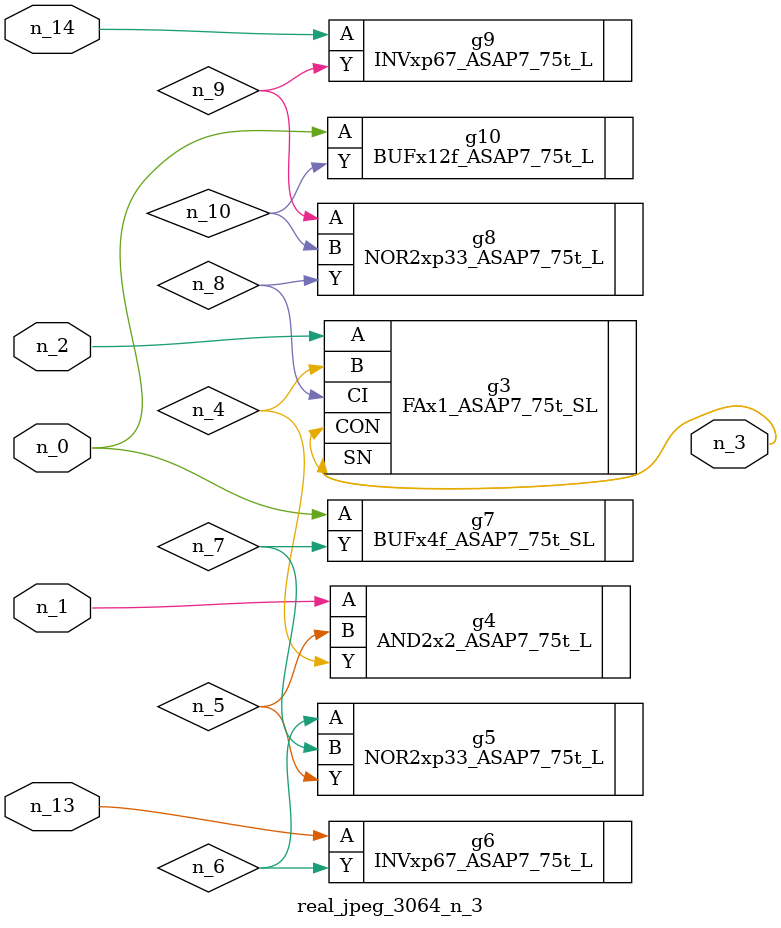
<source format=v>
module real_jpeg_3064_n_3 (n_0, n_1, n_14, n_2, n_13, n_3);

input n_0;
input n_1;
input n_14;
input n_2;
input n_13;

output n_3;

wire n_5;
wire n_4;
wire n_8;
wire n_6;
wire n_7;
wire n_10;
wire n_9;

BUFx4f_ASAP7_75t_SL g7 ( 
.A(n_0),
.Y(n_7)
);

BUFx12f_ASAP7_75t_L g10 ( 
.A(n_0),
.Y(n_10)
);

AND2x2_ASAP7_75t_L g4 ( 
.A(n_1),
.B(n_5),
.Y(n_4)
);

FAx1_ASAP7_75t_SL g3 ( 
.A(n_2),
.B(n_4),
.CI(n_8),
.CON(n_3),
.SN(n_3)
);

NOR2xp33_ASAP7_75t_L g5 ( 
.A(n_6),
.B(n_7),
.Y(n_5)
);

NOR2xp33_ASAP7_75t_L g8 ( 
.A(n_9),
.B(n_10),
.Y(n_8)
);

INVxp67_ASAP7_75t_L g6 ( 
.A(n_13),
.Y(n_6)
);

INVxp67_ASAP7_75t_L g9 ( 
.A(n_14),
.Y(n_9)
);


endmodule
</source>
